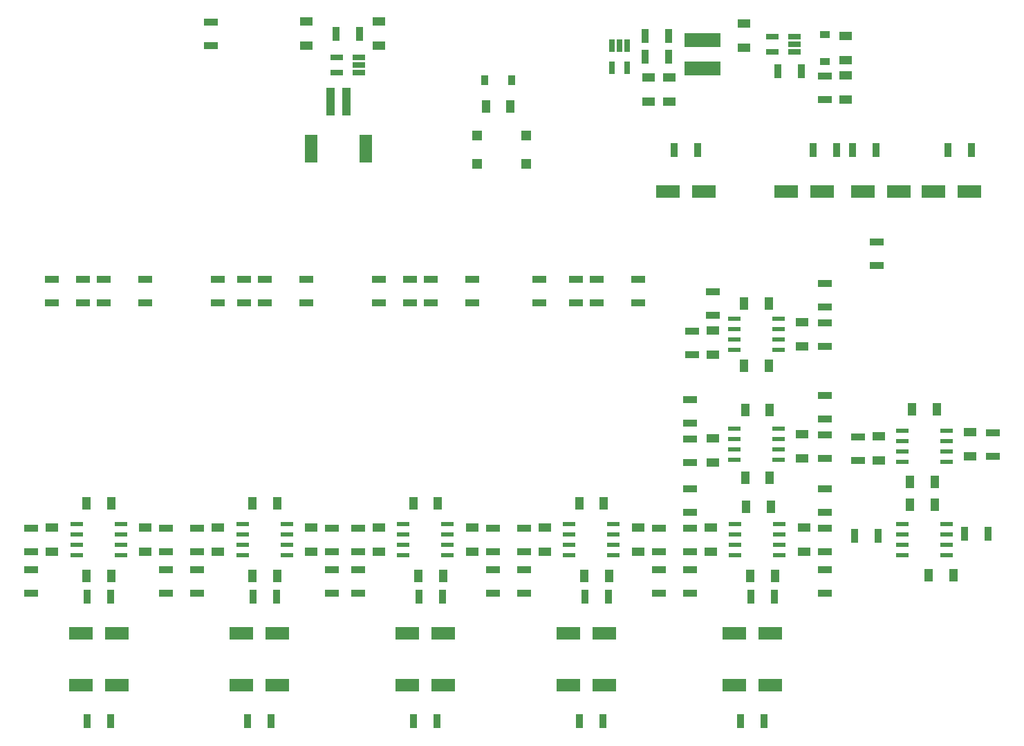
<source format=gbp>
G04 #@! TF.FileFunction,Paste,Bot*
%FSLAX46Y46*%
G04 Gerber Fmt 4.6, Leading zero omitted, Abs format (unit mm)*
G04 Created by KiCad (PCBNEW 4.0.6) date Fri Jul 14 20:21:39 2017*
%MOMM*%
%LPD*%
G01*
G04 APERTURE LIST*
%ADD10C,0.100000*%
%ADD11R,1.600000X1.000000*%
%ADD12R,0.900000X1.700000*%
%ADD13R,1.560000X0.650000*%
%ADD14R,3.000000X1.600000*%
%ADD15R,1.550000X0.600000*%
%ADD16R,1.000000X1.600000*%
%ADD17R,1.700000X0.900000*%
%ADD18R,0.650000X1.560000*%
%ADD19R,1.200000X0.900000*%
%ADD20R,0.900000X1.200000*%
%ADD21R,4.500000X1.750000*%
%ADD22R,1.300000X1.200000*%
%ADD23R,1.000000X3.500000*%
%ADD24R,1.500000X3.400000*%
G04 APERTURE END LIST*
D10*
D11*
X106664000Y-92938000D03*
X106664000Y-89938000D03*
D12*
X94546000Y-91438000D03*
X97446000Y-91438000D03*
D13*
X59500000Y-94044000D03*
X59500000Y-94994000D03*
X59500000Y-95944000D03*
X56800000Y-95944000D03*
X56800000Y-94044000D03*
D14*
X105480000Y-164590000D03*
X109880000Y-164590000D03*
D15*
X131462000Y-139825000D03*
X131462000Y-141095000D03*
X131462000Y-142365000D03*
X131462000Y-143635000D03*
X126062000Y-143635000D03*
X126062000Y-142365000D03*
X126062000Y-141095000D03*
X126062000Y-139825000D03*
D11*
X102854000Y-130530000D03*
X102854000Y-127530000D03*
D15*
X30370000Y-151255000D03*
X30370000Y-152525000D03*
X30370000Y-153795000D03*
X30370000Y-155065000D03*
X24970000Y-155065000D03*
X24970000Y-153795000D03*
X24970000Y-152525000D03*
X24970000Y-151255000D03*
D11*
X113776000Y-143230000D03*
X113776000Y-140230000D03*
X102854000Y-143738000D03*
X102854000Y-140738000D03*
D16*
X109815000Y-145540000D03*
X106815000Y-145540000D03*
X106815000Y-137285000D03*
X109815000Y-137285000D03*
D11*
X113776000Y-129514000D03*
X113776000Y-126514000D03*
X134350000Y-139976000D03*
X134350000Y-142976000D03*
X123174000Y-143484000D03*
X123174000Y-140484000D03*
D16*
X130008000Y-146048000D03*
X127008000Y-146048000D03*
X127262000Y-137158000D03*
X130262000Y-137158000D03*
X129294000Y-157478000D03*
X132294000Y-157478000D03*
X127008000Y-148842000D03*
X130008000Y-148842000D03*
D11*
X33385000Y-151660000D03*
X33385000Y-154660000D03*
X21955000Y-151660000D03*
X21955000Y-154660000D03*
X53705000Y-151660000D03*
X53705000Y-154660000D03*
X42275000Y-151660000D03*
X42275000Y-154660000D03*
D16*
X29170000Y-157605000D03*
X26170000Y-157605000D03*
X49490000Y-157605000D03*
X46490000Y-157605000D03*
X26170000Y-148715000D03*
X29170000Y-148715000D03*
X46490000Y-148715000D03*
X49490000Y-148715000D03*
D14*
X65475000Y-164590000D03*
X69875000Y-164590000D03*
X69875000Y-170940000D03*
X65475000Y-170940000D03*
D16*
X69810000Y-157605000D03*
X66810000Y-157605000D03*
X66175000Y-148715000D03*
X69175000Y-148715000D03*
D11*
X93710000Y-151660000D03*
X93710000Y-154660000D03*
X82280000Y-151660000D03*
X82280000Y-154660000D03*
D16*
X90130000Y-157605000D03*
X87130000Y-157605000D03*
X86495000Y-148715000D03*
X89495000Y-148715000D03*
D11*
X114030000Y-151660000D03*
X114030000Y-154660000D03*
X102600000Y-151660000D03*
X102600000Y-154660000D03*
D16*
X110450000Y-157605000D03*
X107450000Y-157605000D03*
X106942000Y-149096000D03*
X109942000Y-149096000D03*
D17*
X116570000Y-140280000D03*
X116570000Y-143180000D03*
X100060000Y-140788000D03*
X100060000Y-143688000D03*
X116570000Y-135454000D03*
X116570000Y-138354000D03*
X100060000Y-135962000D03*
X100060000Y-138862000D03*
X116570000Y-126564000D03*
X116570000Y-129464000D03*
X100314000Y-127580000D03*
X100314000Y-130480000D03*
X116570000Y-121738000D03*
X116570000Y-124638000D03*
X102854000Y-122754000D03*
X102854000Y-125654000D03*
X137144000Y-140026000D03*
X137144000Y-142926000D03*
X120634000Y-140534000D03*
X120634000Y-143434000D03*
D12*
X118020000Y-105408000D03*
X115120000Y-105408000D03*
X101002000Y-105408000D03*
X98102000Y-105408000D03*
X136562000Y-152398000D03*
X133662000Y-152398000D03*
X120200000Y-152652000D03*
X123100000Y-152652000D03*
X134530000Y-105408000D03*
X131630000Y-105408000D03*
X119946000Y-105408000D03*
X122846000Y-105408000D03*
D17*
X35925000Y-156790000D03*
X35925000Y-159690000D03*
X19415000Y-156790000D03*
X19415000Y-159690000D03*
X56245000Y-156790000D03*
X56245000Y-159690000D03*
X39735000Y-156790000D03*
X39735000Y-159690000D03*
D12*
X26220000Y-160145000D03*
X29120000Y-160145000D03*
X29120000Y-175385000D03*
X26220000Y-175385000D03*
X46540000Y-160145000D03*
X49440000Y-160145000D03*
X48805000Y-175385000D03*
X45905000Y-175385000D03*
D17*
X35925000Y-151710000D03*
X35925000Y-154610000D03*
X19415000Y-151710000D03*
X19415000Y-154610000D03*
X56245000Y-151710000D03*
X56245000Y-154610000D03*
X39735000Y-151710000D03*
X39735000Y-154610000D03*
X75930000Y-156790000D03*
X75930000Y-159690000D03*
X59420000Y-156790000D03*
X59420000Y-159690000D03*
D12*
X66860000Y-160145000D03*
X69760000Y-160145000D03*
X69125000Y-175385000D03*
X66225000Y-175385000D03*
D17*
X75930000Y-151710000D03*
X75930000Y-154610000D03*
X59420000Y-151710000D03*
X59420000Y-154610000D03*
X21955000Y-124130000D03*
X21955000Y-121230000D03*
X33385000Y-124130000D03*
X33385000Y-121230000D03*
X28305000Y-124130000D03*
X28305000Y-121230000D03*
X25765000Y-124130000D03*
X25765000Y-121230000D03*
X42275000Y-124130000D03*
X42275000Y-121230000D03*
X53070000Y-124130000D03*
X53070000Y-121230000D03*
X47990000Y-124130000D03*
X47990000Y-121230000D03*
X45450000Y-124130000D03*
X45450000Y-121230000D03*
X61960000Y-124130000D03*
X61960000Y-121230000D03*
X73390000Y-124130000D03*
X73390000Y-121230000D03*
X68310000Y-124130000D03*
X68310000Y-121230000D03*
X65770000Y-124130000D03*
X65770000Y-121230000D03*
X81645000Y-124130000D03*
X81645000Y-121230000D03*
X93710000Y-124130000D03*
X93710000Y-121230000D03*
X88630000Y-124130000D03*
X88630000Y-121230000D03*
X86090000Y-124130000D03*
X86090000Y-121230000D03*
X116570000Y-149784000D03*
X116570000Y-146884000D03*
X100060000Y-149784000D03*
X100060000Y-146884000D03*
X96250000Y-156790000D03*
X96250000Y-159690000D03*
X79740000Y-156790000D03*
X79740000Y-159690000D03*
D12*
X87180000Y-160145000D03*
X90080000Y-160145000D03*
X89445000Y-175385000D03*
X86545000Y-175385000D03*
D17*
X96250000Y-151710000D03*
X96250000Y-154610000D03*
X79740000Y-151710000D03*
X79740000Y-154610000D03*
X116570000Y-156790000D03*
X116570000Y-159690000D03*
X100060000Y-156790000D03*
X100060000Y-159690000D03*
D12*
X107500000Y-160145000D03*
X110400000Y-160145000D03*
X109130000Y-175385000D03*
X106230000Y-175385000D03*
D17*
X116570000Y-151710000D03*
X116570000Y-154610000D03*
X100060000Y-151710000D03*
X100060000Y-154610000D03*
D15*
X110888000Y-139571000D03*
X110888000Y-140841000D03*
X110888000Y-142111000D03*
X110888000Y-143381000D03*
X105488000Y-143381000D03*
X105488000Y-142111000D03*
X105488000Y-140841000D03*
X105488000Y-139571000D03*
X110888000Y-126109000D03*
X110888000Y-127379000D03*
X110888000Y-128649000D03*
X110888000Y-129919000D03*
X105488000Y-129919000D03*
X105488000Y-128649000D03*
X105488000Y-127379000D03*
X105488000Y-126109000D03*
X131462000Y-151255000D03*
X131462000Y-152525000D03*
X131462000Y-153795000D03*
X131462000Y-155065000D03*
X126062000Y-155065000D03*
X126062000Y-153795000D03*
X126062000Y-152525000D03*
X126062000Y-151255000D03*
X50690000Y-151255000D03*
X50690000Y-152525000D03*
X50690000Y-153795000D03*
X50690000Y-155065000D03*
X45290000Y-155065000D03*
X45290000Y-153795000D03*
X45290000Y-152525000D03*
X45290000Y-151255000D03*
X70375000Y-151255000D03*
X70375000Y-152525000D03*
X70375000Y-153795000D03*
X70375000Y-155065000D03*
X64975000Y-155065000D03*
X64975000Y-153795000D03*
X64975000Y-152525000D03*
X64975000Y-151255000D03*
X90695000Y-151255000D03*
X90695000Y-152525000D03*
X90695000Y-153795000D03*
X90695000Y-155065000D03*
X85295000Y-155065000D03*
X85295000Y-153795000D03*
X85295000Y-152525000D03*
X85295000Y-151255000D03*
X111015000Y-151255000D03*
X111015000Y-152525000D03*
X111015000Y-153795000D03*
X111015000Y-155065000D03*
X105615000Y-155065000D03*
X105615000Y-153795000D03*
X105615000Y-152525000D03*
X105615000Y-151255000D03*
D14*
X116230000Y-110488000D03*
X111830000Y-110488000D03*
X101752000Y-110488000D03*
X97352000Y-110488000D03*
X134264000Y-110488000D03*
X129864000Y-110488000D03*
X125628000Y-110488000D03*
X121228000Y-110488000D03*
X25470000Y-164590000D03*
X29870000Y-164590000D03*
X29870000Y-170940000D03*
X25470000Y-170940000D03*
X45155000Y-164590000D03*
X49555000Y-164590000D03*
X49555000Y-170940000D03*
X45155000Y-170940000D03*
D11*
X73390000Y-151660000D03*
X73390000Y-154660000D03*
X61960000Y-151660000D03*
X61960000Y-154660000D03*
D14*
X85160000Y-164590000D03*
X89560000Y-164590000D03*
X89560000Y-170940000D03*
X85160000Y-170940000D03*
X109880000Y-170940000D03*
X105480000Y-170940000D03*
D16*
X109688000Y-131824000D03*
X106688000Y-131824000D03*
X106688000Y-124204000D03*
X109688000Y-124204000D03*
D11*
X94980000Y-96542000D03*
X94980000Y-99542000D03*
X119110000Y-96288000D03*
X119110000Y-99288000D03*
X119110000Y-94462000D03*
X119110000Y-91462000D03*
X97520000Y-96542000D03*
X97520000Y-99542000D03*
D16*
X75065000Y-100074000D03*
X78065000Y-100074000D03*
D17*
X41386000Y-89734000D03*
X41386000Y-92634000D03*
D12*
X56700000Y-91184000D03*
X59600000Y-91184000D03*
D17*
X116570000Y-96338000D03*
X116570000Y-99238000D03*
D12*
X113702000Y-95756000D03*
X110802000Y-95756000D03*
X97446000Y-93978000D03*
X94546000Y-93978000D03*
D13*
X112840000Y-91504000D03*
X112840000Y-92454000D03*
X112840000Y-93404000D03*
X110140000Y-93404000D03*
X110140000Y-91504000D03*
D18*
X90474000Y-92628000D03*
X91424000Y-92628000D03*
X92374000Y-92628000D03*
X92374000Y-95328000D03*
X90474000Y-95328000D03*
D11*
X53070000Y-92684000D03*
X53070000Y-89684000D03*
X61960000Y-92684000D03*
X61960000Y-89684000D03*
D19*
X116570000Y-94612000D03*
X116570000Y-91312000D03*
D20*
X78215000Y-96899000D03*
X74915000Y-96899000D03*
D21*
X101584000Y-91974000D03*
X101584000Y-95474000D03*
D22*
X80001880Y-107140220D03*
X80001880Y-103640220D03*
X74001880Y-103640220D03*
X74001880Y-107140220D03*
D17*
X122920000Y-119558000D03*
X122920000Y-116658000D03*
D23*
X58007000Y-99510400D03*
X56007000Y-99510400D03*
D24*
X60357000Y-105260400D03*
X53657000Y-105260400D03*
M02*

</source>
